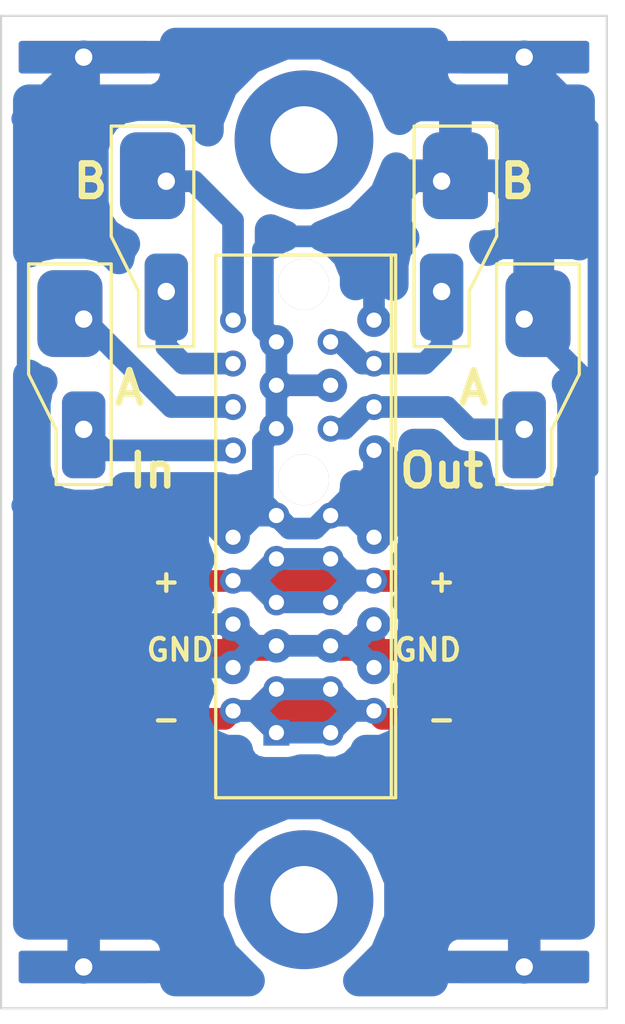
<source format=kicad_pcb>
(kicad_pcb (version 20171130) (host pcbnew 5.0.2-bee76a0~70~ubuntu16.04.1)

  (general
    (thickness 1.6)
    (drawings 16)
    (tracks 152)
    (zones 0)
    (modules 17)
    (nets 10)
  )

  (page A4)
  (layers
    (0 F.Cu signal)
    (31 B.Cu signal)
    (32 B.Adhes user)
    (33 F.Adhes user)
    (34 B.Paste user)
    (35 F.Paste user)
    (36 B.SilkS user)
    (37 F.SilkS user)
    (38 B.Mask user)
    (39 F.Mask user)
    (40 Dwgs.User user)
    (41 Cmts.User user)
    (42 Eco1.User user)
    (43 Eco2.User user)
    (44 Edge.Cuts user)
    (45 Margin user)
    (46 B.CrtYd user)
    (47 F.CrtYd user)
    (48 B.Fab user)
    (49 F.Fab user)
  )

  (setup
    (last_trace_width 1)
    (trace_clearance 0.2)
    (zone_clearance 0.5)
    (zone_45_only no)
    (trace_min 0.2)
    (segment_width 0.2)
    (edge_width 0.1)
    (via_size 0.8)
    (via_drill 0.4)
    (via_min_size 0.4)
    (via_min_drill 0.3)
    (uvia_size 0.3)
    (uvia_drill 0.1)
    (uvias_allowed no)
    (uvia_min_size 0.2)
    (uvia_min_drill 0.1)
    (pcb_text_width 0.3)
    (pcb_text_size 1.5 1.5)
    (mod_edge_width 0.15)
    (mod_text_size 1 1)
    (mod_text_width 0.15)
    (pad_size 6.4 6.4)
    (pad_drill 3.1)
    (pad_to_mask_clearance 0)
    (solder_mask_min_width 0.25)
    (aux_axis_origin 0 0)
    (visible_elements FFFFFF7F)
    (pcbplotparams
      (layerselection 0x010f0_ffffffff)
      (usegerberextensions false)
      (usegerberattributes true)
      (usegerberadvancedattributes false)
      (creategerberjobfile false)
      (excludeedgelayer false)
      (linewidth 0.100000)
      (plotframeref false)
      (viasonmask false)
      (mode 1)
      (useauxorigin false)
      (hpglpennumber 1)
      (hpglpenspeed 20)
      (hpglpendiameter 15.000000)
      (psnegative false)
      (psa4output false)
      (plotreference true)
      (plotvalue true)
      (plotinvisibletext false)
      (padsonsilk true)
      (subtractmaskfromsilk false)
      (outputformat 1)
      (mirror false)
      (drillshape 0)
      (scaleselection 1)
      (outputdirectory "plots/"))
  )

  (net 0 "")
  (net 1 GNDA)
  (net 2 inA-)
  (net 3 inA+)
  (net 4 inB+)
  (net 5 inB-)
  (net 6 outB)
  (net 7 outA)
  (net 8 +15V)
  (net 9 -15V)

  (net_class Default "This is the default net class."
    (clearance 0.2)
    (trace_width 1)
    (via_dia 0.8)
    (via_drill 0.4)
    (uvia_dia 0.3)
    (uvia_drill 0.1)
    (add_net +15V)
    (add_net -15V)
    (add_net GNDA)
    (add_net inA+)
    (add_net inA-)
    (add_net inB+)
    (add_net inB-)
    (add_net outA)
    (add_net outB)
  )

  (module footprints:PCIexpress_1x_connector (layer F.Cu) (tedit 5D08AB2A) (tstamp 5CB1E174)
    (at 38.1 45.72 90)
    (path /5CB5100B)
    (fp_text reference J1 (at -2 2.54 90) (layer F.SilkS) hide
      (effects (font (size 1 1) (thickness 0.15)))
    )
    (fp_text value Conn_02x18_Row_Letter_Last (at 5.08 -3.81 90) (layer F.Fab)
      (effects (font (size 1 1) (thickness 0.15)))
    )
    (fp_line (start -3 -2.8) (end 22 -2.8) (layer F.SilkS) (width 0.15))
    (fp_line (start 22 -2.8) (end 22 5) (layer F.SilkS) (width 0.15))
    (fp_line (start 22 5.3) (end -3 5.3) (layer F.SilkS) (width 0.15))
    (fp_line (start -3 5) (end -3 -2.8) (layer F.SilkS) (width 0.15))
    (fp_line (start 22 5) (end 22 5.5) (layer F.SilkS) (width 0.15))
    (fp_line (start 22 5.5) (end -3 5.5) (layer F.SilkS) (width 0.15))
    (fp_line (start -3 5.5) (end -3 5) (layer F.SilkS) (width 0.15))
    (pad 1a thru_hole rect (at 0 0 90) (size 1.2 1.2) (drill 0.7) (layers *.Cu *.Mask)
      (net 9 -15V))
    (pad 2a thru_hole circle (at 1 -2 90) (size 1.2 1.2) (drill 0.7) (layers *.Cu *.Mask)
      (net 9 -15V))
    (pad 3a thru_hole circle (at 2 0 90) (size 1.2 1.2) (drill 0.7) (layers *.Cu *.Mask)
      (net 9 -15V))
    (pad 4a thru_hole circle (at 3 -2 90) (size 1.2 1.2) (drill 0.7) (layers *.Cu *.Mask)
      (net 1 GNDA))
    (pad 5a thru_hole circle (at 4 0 90) (size 1.2 1.2) (drill 0.7) (layers *.Cu *.Mask)
      (net 1 GNDA))
    (pad 6a thru_hole circle (at 5 -2 90) (size 1.2 1.2) (drill 0.7) (layers *.Cu *.Mask)
      (net 1 GNDA))
    (pad 7a thru_hole circle (at 6 0 90) (size 1.2 1.2) (drill 0.7) (layers *.Cu *.Mask)
      (net 8 +15V))
    (pad 8a thru_hole circle (at 7 -2 90) (size 1.2 1.2) (drill 0.7) (layers *.Cu *.Mask)
      (net 8 +15V))
    (pad 9a thru_hole circle (at 8 0 90) (size 1.2 1.2) (drill 0.7) (layers *.Cu *.Mask)
      (net 8 +15V))
    (pad 10a thru_hole circle (at 9 -2 90) (size 1.2 1.2) (drill 0.7) (layers *.Cu *.Mask)
      (net 1 GNDA))
    (pad 11a thru_hole circle (at 10 0 90) (size 1.2 1.2) (drill 0.7) (layers *.Cu *.Mask)
      (net 1 GNDA))
    (pad 12a thru_hole circle (at 13 -2 90) (size 1.2 1.2) (drill 0.7) (layers *.Cu *.Mask)
      (net 2 inA-))
    (pad 13a thru_hole circle (at 14 0 90) (size 1.2 1.2) (drill 0.7) (layers *.Cu *.Mask)
      (net 1 GNDA))
    (pad 14a thru_hole circle (at 15 -2 90) (size 1.2 1.2) (drill 0.7) (layers *.Cu *.Mask)
      (net 3 inA+))
    (pad 15a thru_hole circle (at 16 0 90) (size 1.2 1.2) (drill 0.7) (layers *.Cu *.Mask)
      (net 1 GNDA))
    (pad 16a thru_hole circle (at 17 -2 90) (size 1.2 1.2) (drill 0.7) (layers *.Cu *.Mask)
      (net 5 inB-))
    (pad 17a thru_hole circle (at 18 0 90) (size 1.2 1.2) (drill 0.7) (layers *.Cu *.Mask)
      (net 1 GNDA))
    (pad 18a thru_hole circle (at 19 -2 90) (size 1.2 1.2) (drill 0.7) (layers *.Cu *.Mask)
      (net 4 inB+))
    (pad 1b thru_hole circle (at 0 2.5 90) (size 1.2 1.2) (drill 0.7) (layers *.Cu *.Mask)
      (net 9 -15V))
    (pad 2b thru_hole circle (at 1 4.5 90) (size 1.2 1.2) (drill 0.7) (layers *.Cu *.Mask)
      (net 9 -15V))
    (pad 3b thru_hole circle (at 2 2.5 90) (size 1.2 1.2) (drill 0.7) (layers *.Cu *.Mask)
      (net 9 -15V))
    (pad 4b thru_hole circle (at 3 4.5 90) (size 1.2 1.2) (drill 0.7) (layers *.Cu *.Mask)
      (net 1 GNDA))
    (pad 5b thru_hole circle (at 4 2.5 90) (size 1.2 1.2) (drill 0.7) (layers *.Cu *.Mask)
      (net 1 GNDA))
    (pad 6b thru_hole circle (at 5 4.5 90) (size 1.2 1.2) (drill 0.7) (layers *.Cu *.Mask)
      (net 1 GNDA))
    (pad 7b thru_hole circle (at 6 2.5 90) (size 1.2 1.2) (drill 0.7) (layers *.Cu *.Mask)
      (net 8 +15V))
    (pad 8b thru_hole circle (at 7 4.5 90) (size 1.2 1.2) (drill 0.7) (layers *.Cu *.Mask)
      (net 8 +15V))
    (pad 9b thru_hole circle (at 8 2.5 90) (size 1.2 1.2) (drill 0.7) (layers *.Cu *.Mask)
      (net 8 +15V))
    (pad 10b thru_hole circle (at 9 4.5 90) (size 1.2 1.2) (drill 0.7) (layers *.Cu *.Mask)
      (net 1 GNDA))
    (pad 11b thru_hole circle (at 10 2.5 90) (size 1.2 1.2) (drill 0.7) (layers *.Cu *.Mask)
      (net 1 GNDA))
    (pad 12b thru_hole circle (at 13 4.5 90) (size 1.2 1.2) (drill 0.7) (layers *.Cu *.Mask)
      (net 1 GNDA))
    (pad 13b thru_hole circle (at 14 2.5 90) (size 1.2 1.2) (drill 0.7) (layers *.Cu *.Mask)
      (net 7 outA))
    (pad 14b thru_hole circle (at 15 4.5 90) (size 1.2 1.2) (drill 0.7) (layers *.Cu *.Mask)
      (net 7 outA))
    (pad 15b thru_hole circle (at 16 2.5 90) (size 1.2 1.2) (drill 0.7) (layers *.Cu *.Mask)
      (net 1 GNDA))
    (pad 16b thru_hole circle (at 17 4.5 90) (size 1.2 1.2) (drill 0.7) (layers *.Cu *.Mask)
      (net 6 outB))
    (pad 17b thru_hole circle (at 18 2.5 90) (size 1.2 1.2) (drill 0.7) (layers *.Cu *.Mask)
      (net 6 outB))
    (pad 18b thru_hole circle (at 19 4.5 90) (size 1.2 1.2) (drill 0.7) (layers *.Cu *.Mask)
      (net 1 GNDA))
    (pad "" thru_hole circle (at 11.65 1.25 90) (size 2.35 2.35) (drill 2.35) (layers *.Cu *.Mask))
    (pad "" thru_hole circle (at 20.65 1.25 90) (size 2.35 2.35) (drill 2.35) (layers *.Cu *.Mask))
  )

  (module footprints:coax_solder_pad (layer F.Cu) (tedit 5CB36FFB) (tstamp 5CB1E198)
    (at 49.53 26.67 270)
    (path /5CB301F1)
    (fp_text reference outA1 (at 5.715 -2.54 270) (layer F.SilkS) hide
      (effects (font (size 1 1) (thickness 0.15)))
    )
    (fp_text value Conn_01x02 (at 3.81 -3.81 270) (layer F.Fab)
      (effects (font (size 1 1) (thickness 0.15)))
    )
    (fp_line (start -2.54 1.27) (end -2.54 -2.54) (layer F.SilkS) (width 0.15))
    (fp_line (start 7.62 1.27) (end -2.54 1.27) (layer F.SilkS) (width 0.15))
    (fp_line (start 7.62 -1.27) (end 7.62 1.27) (layer F.SilkS) (width 0.15))
    (fp_line (start 5.08 -1.27) (end 7.62 -1.27) (layer F.SilkS) (width 0.15))
    (fp_line (start 2.54 -2.54) (end 5.08 -1.27) (layer F.SilkS) (width 0.15))
    (fp_line (start -2.54 -2.54) (end 2.54 -2.54) (layer F.SilkS) (width 0.15))
    (pad 2 thru_hole roundrect (at 5.08 0 270) (size 4 2) (drill 0.8 (offset 0.254 0)) (layers *.Cu *.Mask) (roundrect_rratio 0.25)
      (net 7 outA))
    (pad 1 thru_hole roundrect (at 0 0 270) (size 4 3) (drill 0.8 (offset -0.254 -0.635)) (layers *.Cu *.Mask) (roundrect_rratio 0.25)
      (net 1 GNDA))
  )

  (module footprints:coax_solder_pad (layer F.Cu) (tedit 5CB36FFF) (tstamp 5CB1E1B0)
    (at 45.72 20.32 270)
    (path /5CB3167B)
    (fp_text reference outB1 (at 1.27 1.905 270) (layer F.SilkS) hide
      (effects (font (size 1 1) (thickness 0.15)))
    )
    (fp_text value Conn_01x02 (at 3.81 -3.81 270) (layer F.Fab)
      (effects (font (size 1 1) (thickness 0.15)))
    )
    (fp_line (start -2.54 -2.54) (end 2.54 -2.54) (layer F.SilkS) (width 0.15))
    (fp_line (start 2.54 -2.54) (end 5.08 -1.27) (layer F.SilkS) (width 0.15))
    (fp_line (start 5.08 -1.27) (end 7.62 -1.27) (layer F.SilkS) (width 0.15))
    (fp_line (start 7.62 -1.27) (end 7.62 1.27) (layer F.SilkS) (width 0.15))
    (fp_line (start 7.62 1.27) (end -2.54 1.27) (layer F.SilkS) (width 0.15))
    (fp_line (start -2.54 1.27) (end -2.54 -2.54) (layer F.SilkS) (width 0.15))
    (pad 1 thru_hole roundrect (at 0 0 270) (size 4 3) (drill 0.8 (offset -0.254 -0.635)) (layers *.Cu *.Mask) (roundrect_rratio 0.25)
      (net 1 GNDA))
    (pad 2 thru_hole roundrect (at 5.08 0 270) (size 4 2) (drill 0.8 (offset 0.254 0)) (layers *.Cu *.Mask) (roundrect_rratio 0.25)
      (net 6 outB))
  )

  (module MountingHole:MountingHole_3.2mm_M3_Pad (layer F.Cu) (tedit 5CE3BF4A) (tstamp 5CBFFFEE)
    (at 39.37 18.415)
    (descr "Mounting Hole 3.2mm, M3")
    (tags "mounting hole 3.2mm m3")
    (attr virtual)
    (fp_text reference REF** (at 0 -4.2) (layer F.SilkS) hide
      (effects (font (size 1 1) (thickness 0.15)))
    )
    (fp_text value MountingHole_3.2mm_M3_Pad (at 0 4.2) (layer F.Fab)
      (effects (font (size 1 1) (thickness 0.15)))
    )
    (fp_circle (center 0 0) (end 3.45 0) (layer F.CrtYd) (width 0.05))
    (fp_circle (center 0 0) (end 3.2 0) (layer Cmts.User) (width 0.15))
    (fp_text user %R (at 0.3 0) (layer F.Fab)
      (effects (font (size 1 1) (thickness 0.15)))
    )
    (pad 1 thru_hole circle (at 0 0) (size 6.4 6.4) (drill 3.1) (layers *.Cu *.Mask))
  )

  (module MountingHole:MountingHole_3.2mm_M3_Pad (layer F.Cu) (tedit 5CE3BF4F) (tstamp 5CBFFFFE)
    (at 39.37 53.34)
    (descr "Mounting Hole 3.2mm, M3")
    (tags "mounting hole 3.2mm m3")
    (attr virtual)
    (fp_text reference REF** (at 0 -4.2) (layer F.SilkS) hide
      (effects (font (size 1 1) (thickness 0.15)))
    )
    (fp_text value MountingHole_3.2mm_M3_Pad (at 0 4.2) (layer F.Fab)
      (effects (font (size 1 1) (thickness 0.15)))
    )
    (fp_circle (center 0 0) (end 3.45 0) (layer F.CrtYd) (width 0.05))
    (fp_circle (center 0 0) (end 3.2 0) (layer Cmts.User) (width 0.15))
    (fp_text user %R (at 0.3 0) (layer F.Fab)
      (effects (font (size 1 1) (thickness 0.15)))
    )
    (pad 1 thru_hole circle (at 0 0.075) (size 6.4 6.4) (drill 3.1) (layers *.Cu *.Mask))
  )

  (module footprints:coax_solder_pad_flipped (layer F.Cu) (tedit 5CD00F94) (tstamp 5CD0104B)
    (at 29.21 26.67 270)
    (path /5CB2B45C)
    (fp_text reference inA1 (at 3.57 -1.785 270) (layer F.SilkS) hide
      (effects (font (size 1 1) (thickness 0.15)))
    )
    (fp_text value Conn_01x02 (at 3.57 -3.57 270) (layer F.Fab)
      (effects (font (size 1 1) (thickness 0.15)))
    )
    (fp_line (start -2.54 -1.27) (end -2.54 2.54) (layer F.SilkS) (width 0.15))
    (fp_line (start 7.62 -1.27) (end -2.54 -1.27) (layer F.SilkS) (width 0.15))
    (fp_line (start 7.62 1.27) (end 7.62 -1.27) (layer F.SilkS) (width 0.15))
    (fp_line (start 5.08 1.27) (end 7.62 1.27) (layer F.SilkS) (width 0.15))
    (fp_line (start 2.54 2.54) (end 5.08 1.27) (layer F.SilkS) (width 0.15))
    (fp_line (start -2.54 2.54) (end 2.54 2.54) (layer F.SilkS) (width 0.15))
    (pad 2 thru_hole roundrect (at 5.08 0 90) (size 4 2) (drill 0.8 (offset -0.254 0)) (layers *.Cu *.Mask) (roundrect_rratio 0.25)
      (net 2 inA-))
    (pad 1 thru_hole roundrect (at 0 0 90) (size 4 3) (drill 0.8 (offset 0.254 -0.635)) (layers *.Cu *.Mask) (roundrect_rratio 0.25)
      (net 3 inA+))
  )

  (module footprints:coax_solder_pad_flipped (layer F.Cu) (tedit 5CD00FB3) (tstamp 5CD00EB3)
    (at 33.02 20.32 270)
    (path /5CB2D8FB)
    (fp_text reference inB1 (at 3.57 -1.785 270) (layer F.SilkS) hide
      (effects (font (size 1 1) (thickness 0.15)))
    )
    (fp_text value Conn_01x02 (at 3.57 -3.57 270) (layer F.Fab)
      (effects (font (size 1 1) (thickness 0.15)))
    )
    (fp_line (start -2.54 2.54) (end 2.54 2.54) (layer F.SilkS) (width 0.15))
    (fp_line (start 2.54 2.54) (end 5.08 1.27) (layer F.SilkS) (width 0.15))
    (fp_line (start 5.08 1.27) (end 7.62 1.27) (layer F.SilkS) (width 0.15))
    (fp_line (start 7.62 1.27) (end 7.62 -1.27) (layer F.SilkS) (width 0.15))
    (fp_line (start 7.62 -1.27) (end -2.54 -1.27) (layer F.SilkS) (width 0.15))
    (fp_line (start -2.54 -1.27) (end -2.54 2.54) (layer F.SilkS) (width 0.15))
    (pad 1 thru_hole roundrect (at 0 0 90) (size 4 3) (drill 0.8 (offset 0.254 -0.635)) (layers *.Cu *.Mask) (roundrect_rratio 0.25)
      (net 4 inB+))
    (pad 2 thru_hole roundrect (at 5.08 0 90) (size 4 2) (drill 0.8 (offset -0.254 0)) (layers *.Cu *.Mask) (roundrect_rratio 0.25)
      (net 5 inB-))
  )

  (module footprints:edge_solderstrip_1mm5x6mm (layer F.Cu) (tedit 5CD017A5) (tstamp 5CD01BF3)
    (at 49.53 45.085)
    (path /5CD03267)
    (fp_text reference J2 (at 11.43 0) (layer F.SilkS) hide
      (effects (font (size 1 1) (thickness 0.15)))
    )
    (fp_text value -15V (at 0 -1.785) (layer F.Fab)
      (effects (font (size 1 1) (thickness 0.15)))
    )
    (pad 1 smd roundrect (at 0 0) (size 6 1.5) (layers F.Cu F.Paste F.Mask) (roundrect_rratio 0.1)
      (net 9 -15V))
  )

  (module footprints:edge_solderstrip_1mm5x6mm (layer F.Cu) (tedit 5CD01851) (tstamp 5CD01B16)
    (at 29.21 41.91 180)
    (path /5CD03404)
    (fp_text reference J3 (at 5.355 0 180) (layer F.SilkS) hide
      (effects (font (size 1 1) (thickness 0.15)))
    )
    (fp_text value GND (at 0 -1.785 180) (layer F.Fab)
      (effects (font (size 1 1) (thickness 0.15)))
    )
    (pad 1 smd roundrect (at 0 0 180) (size 6 1.5) (layers F.Cu F.Paste F.Mask) (roundrect_rratio 0.1)
      (net 1 GNDA))
  )

  (module footprints:edge_solderstrip_1mm5x6mm (layer F.Cu) (tedit 5CD0184D) (tstamp 5CD01B1B)
    (at 29.21 38.735 180)
    (path /5CD03422)
    (fp_text reference J4 (at 5.355 0 180) (layer F.SilkS) hide
      (effects (font (size 1 1) (thickness 0.15)))
    )
    (fp_text value +15V (at 0 -1.785 180) (layer F.Fab)
      (effects (font (size 1 1) (thickness 0.15)))
    )
    (pad 1 smd roundrect (at 0 0 180) (size 6 1.5) (layers F.Cu F.Paste F.Mask) (roundrect_rratio 0.1)
      (net 8 +15V))
  )

  (module footprints:edge_solderstrip_1mm5x6mm (layer F.Cu) (tedit 5CD01854) (tstamp 5CD01B20)
    (at 29.21 45.085 180)
    (path /5CD08F50)
    (fp_text reference J5 (at 5.355 0 180) (layer F.SilkS) hide
      (effects (font (size 1 1) (thickness 0.15)))
    )
    (fp_text value -15V (at 0 -1.785 180) (layer F.Fab)
      (effects (font (size 1 1) (thickness 0.15)))
    )
    (pad 1 smd roundrect (at 0 0 180) (size 6 1.5) (layers F.Cu F.Paste F.Mask) (roundrect_rratio 0.1)
      (net 9 -15V))
  )

  (module footprints:edge_solderstrip_1mm5x6mm (layer F.Cu) (tedit 5CD01848) (tstamp 5CD01BBA)
    (at 49.53 41.91)
    (path /5CD08F56)
    (fp_text reference J6 (at 5.355 0) (layer F.SilkS) hide
      (effects (font (size 1 1) (thickness 0.15)))
    )
    (fp_text value GND (at 0 -1.785) (layer F.Fab)
      (effects (font (size 1 1) (thickness 0.15)))
    )
    (pad 1 smd roundrect (at 0 0) (size 6 1.5) (layers F.Cu F.Paste F.Mask) (roundrect_rratio 0.1)
      (net 1 GNDA))
  )

  (module footprints:edge_solderstrip_1mm5x6mm (layer F.Cu) (tedit 5CD0184B) (tstamp 5CD01B2A)
    (at 49.53 38.735)
    (path /5CD08F5C)
    (fp_text reference J7 (at 5.355 0) (layer F.SilkS) hide
      (effects (font (size 1 1) (thickness 0.15)))
    )
    (fp_text value +15V (at 0 -1.785) (layer F.Fab)
      (effects (font (size 1 1) (thickness 0.15)))
    )
    (pad 1 smd roundrect (at 0 0) (size 6 1.5) (layers F.Cu F.Paste F.Mask) (roundrect_rratio 0.1)
      (net 8 +15V))
  )

  (module footprints:edge_solderstrip_th (layer F.Cu) (tedit 5CE3BEE1) (tstamp 5CD01FF0)
    (at 49.53 14.605)
    (path /5CD13694)
    (fp_text reference J8 (at 5.355 0) (layer F.SilkS) hide
      (effects (font (size 1 1) (thickness 0.15)))
    )
    (fp_text value GND (at 0 -1.785) (layer F.Fab)
      (effects (font (size 1 1) (thickness 0.15)))
    )
    (pad 1 thru_hole roundrect (at 0 0) (size 6 1.5) (drill 0.8) (layers *.Cu *.Mask) (roundrect_rratio 0.1)
      (net 1 GNDA))
  )

  (module footprints:edge_solderstrip_th (layer F.Cu) (tedit 5CE3BEDE) (tstamp 5CE3C4F9)
    (at 29.21 14.605 180)
    (path /5CD1356B)
    (fp_text reference J9 (at 5.355 0 180) (layer F.SilkS) hide
      (effects (font (size 1 1) (thickness 0.15)))
    )
    (fp_text value GND (at 0 -1.785 180) (layer F.Fab)
      (effects (font (size 1 1) (thickness 0.15)))
    )
    (pad 1 thru_hole roundrect (at 0 0 180) (size 6 1.5) (drill 0.8) (layers *.Cu *.Mask) (roundrect_rratio 0.1)
      (net 1 GNDA))
  )

  (module footprints:edge_solderstrip_th (layer F.Cu) (tedit 5CE3BEE5) (tstamp 5CD01FF8)
    (at 49.53 56.515)
    (path /5CD1363E)
    (fp_text reference J10 (at 5.355 0) (layer F.SilkS) hide
      (effects (font (size 1 1) (thickness 0.15)))
    )
    (fp_text value GND (at 0 -1.785) (layer F.Fab)
      (effects (font (size 1 1) (thickness 0.15)))
    )
    (pad 1 thru_hole roundrect (at 0 0) (size 6 1.5) (drill 0.8) (layers *.Cu *.Mask) (roundrect_rratio 0.1)
      (net 1 GNDA))
  )

  (module footprints:edge_solderstrip_th (layer F.Cu) (tedit 5CE3BEE9) (tstamp 5CD01FFC)
    (at 29.21 56.515 180)
    (path /5CD13668)
    (fp_text reference J11 (at 5.355 0 180) (layer F.SilkS) hide
      (effects (font (size 1 1) (thickness 0.15)))
    )
    (fp_text value GND (at 0 -1.785 180) (layer F.Fab)
      (effects (font (size 1 1) (thickness 0.15)))
    )
    (pad 1 thru_hole roundrect (at 0 0 180) (size 6 1.5) (drill 0.8) (layers *.Cu *.Mask) (roundrect_rratio 0.1)
      (net 1 GNDA))
  )

  (gr_text - (at 33.02 45.085) (layer F.SilkS) (tstamp 5CD01D97)
    (effects (font (size 1 1) (thickness 0.2)))
  )
  (gr_text + (at 33.02 38.735) (layer F.SilkS) (tstamp 5CD01D96)
    (effects (font (size 1 1) (thickness 0.2)))
  )
  (gr_text GND (at 33.655 41.91) (layer F.SilkS) (tstamp 5CD01D92)
    (effects (font (size 1 1) (thickness 0.2)))
  )
  (gr_text - (at 45.72 45.085) (layer F.SilkS)
    (effects (font (size 1 1) (thickness 0.2)))
  )
  (gr_text GND (at 45.085 41.91) (layer F.SilkS)
    (effects (font (size 1 1) (thickness 0.2)))
  )
  (gr_text + (at 45.72 38.735) (layer F.SilkS)
    (effects (font (size 1 1) (thickness 0.2)))
  )
  (gr_text B (at 28.575 20.32) (layer F.SilkS) (tstamp 5CD01003)
    (effects (font (size 1.5 1.5) (thickness 0.3)) (justify left))
  )
  (gr_text A (at 46.355 29.845) (layer F.SilkS) (tstamp 5CD01003)
    (effects (font (size 1.5 1.5) (thickness 0.3)) (justify left))
  )
  (gr_line (start 25.4 58.42) (end 25.4 12.7) (layer Edge.Cuts) (width 0.1))
  (gr_line (start 53.34 58.42) (end 25.4 58.42) (layer Edge.Cuts) (width 0.1))
  (gr_line (start 53.34 12.7) (end 53.34 58.42) (layer Edge.Cuts) (width 0.1))
  (gr_line (start 25.4 12.7) (end 53.34 12.7) (layer Edge.Cuts) (width 0.1))
  (gr_text A (at 30.48 29.845) (layer F.SilkS)
    (effects (font (size 1.5 1.5) (thickness 0.3)) (justify left))
  )
  (gr_text B (at 48.26 20.32) (layer F.SilkS)
    (effects (font (size 1.5 1.5) (thickness 0.3)) (justify left))
  )
  (gr_text In (at 32.385 33.655) (layer F.SilkS)
    (effects (font (size 1.5 1.5) (thickness 0.3)))
  )
  (gr_text Out (at 45.72 33.655) (layer F.SilkS)
    (effects (font (size 1.5 1.5) (thickness 0.3)))
  )

  (segment (start 40.6 29.72) (end 38.1 29.72) (width 1) (layer B.Cu) (net 1))
  (segment (start 38.1 29.72) (end 38.1 27.72) (width 1) (layer B.Cu) (net 1))
  (segment (start 38.1 31.72) (end 38.1 29.72) (width 1) (layer B.Cu) (net 1))
  (segment (start 42.6 33.72) (end 42.6 32.72) (width 1) (layer B.Cu) (net 1))
  (segment (start 40.6 35.72) (end 42.6 33.72) (width 1) (layer B.Cu) (net 1))
  (segment (start 41.6 35.72) (end 42.6 36.72) (width 1) (layer B.Cu) (net 1))
  (segment (start 40.6 35.72) (end 41.6 35.72) (width 1) (layer B.Cu) (net 1))
  (segment (start 37.1 35.72) (end 36.1 36.72) (width 1) (layer B.Cu) (net 1))
  (segment (start 38.1 35.72) (end 37.1 35.72) (width 1) (layer B.Cu) (net 1))
  (segment (start 39.875003 36.319999) (end 38.699999 36.319999) (width 1) (layer B.Cu) (net 1))
  (segment (start 40.475002 35.72) (end 39.875003 36.319999) (width 1) (layer B.Cu) (net 1))
  (segment (start 38.699999 36.319999) (end 38.1 35.72) (width 1) (layer B.Cu) (net 1))
  (segment (start 40.6 35.72) (end 40.475002 35.72) (width 1) (layer B.Cu) (net 1))
  (segment (start 41.6 41.72) (end 42.6 40.72) (width 1) (layer B.Cu) (net 1))
  (segment (start 40.6 41.72) (end 41.6 41.72) (width 1) (layer B.Cu) (net 1))
  (segment (start 42.6 42.72) (end 41.6 41.72) (width 1) (layer B.Cu) (net 1))
  (segment (start 37.1 41.72) (end 36.1 40.72) (width 1) (layer B.Cu) (net 1))
  (segment (start 38.1 41.72) (end 37.1 41.72) (width 1) (layer B.Cu) (net 1))
  (segment (start 36.1 42.72) (end 37.1 41.72) (width 1) (layer B.Cu) (net 1))
  (segment (start 37.474999 32.345001) (end 37.500001 32.319999) (width 1) (layer B.Cu) (net 1))
  (segment (start 37.500001 32.319999) (end 38.1 31.72) (width 1) (layer B.Cu) (net 1))
  (segment (start 37.474999 35.094999) (end 37.474999 32.345001) (width 1) (layer B.Cu) (net 1))
  (segment (start 38.1 35.72) (end 37.474999 35.094999) (width 1) (layer B.Cu) (net 1))
  (segment (start 37.474999 23.485001) (end 38.1 22.86) (width 1) (layer B.Cu) (net 1))
  (segment (start 42.6 26.72) (end 42.6 22.86) (width 1) (layer B.Cu) (net 1))
  (segment (start 37.474999 27.094999) (end 37.474999 23.485001) (width 1) (layer B.Cu) (net 1))
  (segment (start 38.1 27.72) (end 37.474999 27.094999) (width 1) (layer B.Cu) (net 1))
  (segment (start 42.6 22.17) (end 42.6 22.86) (width 1) (layer B.Cu) (net 1))
  (segment (start 44.45 20.32) (end 42.6 22.17) (width 1) (layer B.Cu) (net 1))
  (segment (start 45.72 20.32) (end 44.45 20.32) (width 1) (layer B.Cu) (net 1))
  (segment (start 39.37 22.86) (end 42.6 22.86) (width 1) (layer B.Cu) (net 1))
  (segment (start 38.1 22.86) (end 39.37 22.86) (width 1) (layer B.Cu) (net 1))
  (segment (start 49.53 26.67) (end 49.53 21.59) (width 1) (layer B.Cu) (net 1))
  (segment (start 49.53 21.59) (end 48.26 20.32) (width 1) (layer B.Cu) (net 1))
  (segment (start 48.26 20.32) (end 45.72 20.32) (width 1) (layer B.Cu) (net 1))
  (segment (start 42.6 36.72) (end 43.199999 36.120001) (width 1) (layer B.Cu) (net 1))
  (segment (start 43.199999 36.120001) (end 43.224001 36.144003) (width 1) (layer B.Cu) (net 1))
  (segment (start 42.799998 35.72) (end 43.224001 36.144003) (width 1) (layer B.Cu) (net 1))
  (segment (start 40.6 35.72) (end 42.799998 35.72) (width 1) (layer B.Cu) (net 1))
  (segment (start 35.900002 35.72) (end 35.500001 36.120001) (width 1) (layer B.Cu) (net 1))
  (segment (start 38.1 35.72) (end 35.900002 35.72) (width 1) (layer B.Cu) (net 1))
  (segment (start 42.6 40.72) (end 42.6 42.72) (width 1) (layer F.Cu) (net 1))
  (segment (start 36.1 40.72) (end 36.1 42.72) (width 1) (layer F.Cu) (net 1))
  (segment (start 37.1 41.72) (end 36.1 40.72) (width 1) (layer F.Cu) (net 1))
  (segment (start 37.1 41.72) (end 36.1 42.72) (width 1) (layer F.Cu) (net 1))
  (segment (start 38.1 41.72) (end 37.1 41.72) (width 1) (layer F.Cu) (net 1))
  (segment (start 41.6 41.72) (end 42.6 40.72) (width 1) (layer F.Cu) (net 1))
  (segment (start 41.6 41.72) (end 42.6 42.72) (width 1) (layer F.Cu) (net 1))
  (segment (start 40.6 41.72) (end 41.6 41.72) (width 1) (layer F.Cu) (net 1))
  (segment (start 36.1 40.72) (end 33.735 40.72) (width 1) (layer B.Cu) (net 1))
  (segment (start 33.735 40.72) (end 33.02 40.005) (width 1) (layer B.Cu) (net 1))
  (segment (start 33.02 40.005) (end 33.02 37.465) (width 1) (layer B.Cu) (net 1))
  (segment (start 35.500001 36.120001) (end 34.364999 36.120001) (width 1) (layer B.Cu) (net 1))
  (segment (start 36.1 36.72) (end 35.500001 36.120001) (width 1) (layer B.Cu) (net 1))
  (segment (start 36.1 42.72) (end 33.48 42.72) (width 1) (layer B.Cu) (net 1))
  (segment (start 33.48 42.72) (end 33.48 47.525) (width 1) (layer B.Cu) (net 1))
  (segment (start 40.79 41.91) (end 40.6 41.72) (width 1) (layer F.Cu) (net 1))
  (segment (start 50.165 41.91) (end 40.79 41.91) (width 1) (layer F.Cu) (net 1))
  (segment (start 37.91 41.91) (end 38.1 41.72) (width 1) (layer F.Cu) (net 1))
  (segment (start 28.575 41.91) (end 37.91 41.91) (width 1) (layer F.Cu) (net 1))
  (segment (start 43.18 14.605) (end 49.53 14.605) (width 1) (layer B.Cu) (net 1))
  (segment (start 29.21 14.605) (end 36.195 14.605) (width 1) (layer B.Cu) (net 1))
  (segment (start 42.545 13.97) (end 43.18 14.605) (width 1) (layer B.Cu) (net 1))
  (segment (start 36.195 14.605) (end 36.83 13.97) (width 1) (layer B.Cu) (net 1))
  (segment (start 36.83 13.97) (end 42.545 13.97) (width 1) (layer B.Cu) (net 1))
  (segment (start 29.21 51.795) (end 33.48 47.525) (width 1) (layer B.Cu) (net 1))
  (segment (start 29.21 56.515) (end 29.21 51.795) (width 1) (layer B.Cu) (net 1))
  (segment (start 44.45 48.26) (end 34.215 48.26) (width 1) (layer B.Cu) (net 1))
  (segment (start 49.53 53.34) (end 44.45 48.26) (width 1) (layer B.Cu) (net 1))
  (segment (start 34.215 48.26) (end 33.48 47.525) (width 1) (layer B.Cu) (net 1))
  (segment (start 49.53 56.515) (end 49.53 53.34) (width 1) (layer B.Cu) (net 1))
  (segment (start 26.67 17.145) (end 29.21 14.605) (width 1) (layer B.Cu) (net 1))
  (segment (start 27.230001 36.120001) (end 26.37499 35.26499) (width 1) (layer B.Cu) (net 1))
  (segment (start 26.37499 17.44001) (end 26.67 17.145) (width 1) (layer B.Cu) (net 1))
  (segment (start 33.02 37.465) (end 33.02 36.120001) (width 1) (layer B.Cu) (net 1))
  (segment (start 33.02 36.120001) (end 27.230001 36.120001) (width 1) (layer B.Cu) (net 1))
  (segment (start 34.364999 36.120001) (end 33.02 36.120001) (width 1) (layer B.Cu) (net 1))
  (segment (start 52.07 34.29) (end 50.64 35.72) (width 1) (layer B.Cu) (net 1))
  (segment (start 50.64 35.72) (end 42.799998 35.72) (width 1) (layer B.Cu) (net 1))
  (segment (start 49.53 14.605) (end 52.07 17.145) (width 1) (layer B.Cu) (net 1))
  (segment (start 52.705 33.655) (end 52.07 34.29) (width 0.5) (layer B.Cu) (net 1))
  (segment (start 52.07 17.145) (end 52.705 17.78) (width 0.5) (layer B.Cu) (net 1))
  (segment (start 26.37499 35.26499) (end 26.37499 17.44001) (width 0.5) (layer B.Cu) (net 1))
  (segment (start 52.705 17.78) (end 52.705 33.655) (width 0.5) (layer B.Cu) (net 1))
  (segment (start 52.07 29.21) (end 52.07 34.29) (width 1) (layer B.Cu) (net 1))
  (segment (start 49.53 26.67) (end 52.07 29.21) (width 1) (layer B.Cu) (net 1))
  (segment (start 38.1 41.72) (end 40.6 41.72) (width 1) (layer B.Cu) (net 1))
  (segment (start 30.18 32.72) (end 36.1 32.72) (width 1) (layer B.Cu) (net 2))
  (segment (start 29.21 31.75) (end 30.18 32.72) (width 1) (layer B.Cu) (net 2))
  (segment (start 36.1 30.72) (end 33.26 30.72) (width 1) (layer B.Cu) (net 3))
  (segment (start 33.26 30.72) (end 29.21 26.67) (width 1) (layer B.Cu) (net 3))
  (segment (start 36.1 22.13) (end 34.29 20.32) (width 1) (layer B.Cu) (net 4))
  (segment (start 36.1 26.72) (end 36.1 22.13) (width 1) (layer B.Cu) (net 4))
  (segment (start 33.02 20.32) (end 34.29 20.32) (width 1) (layer B.Cu) (net 4))
  (segment (start 36.1 28.72) (end 33.8 28.72) (width 1) (layer B.Cu) (net 5))
  (segment (start 33.02 27.94) (end 33.02 25.4) (width 1) (layer B.Cu) (net 5))
  (segment (start 33.8 28.72) (end 33.02 27.94) (width 1) (layer B.Cu) (net 5))
  (segment (start 45.72 25.524002) (end 45.72 25.4) (width 1) (layer B.Cu) (net 6))
  (segment (start 45.72 27.94) (end 45.72 25.524002) (width 1) (layer B.Cu) (net 6))
  (segment (start 44.94 28.72) (end 45.72 27.94) (width 1) (layer B.Cu) (net 6))
  (segment (start 42.6 28.72) (end 44.94 28.72) (width 1) (layer B.Cu) (net 6))
  (segment (start 42.055 28.72) (end 42.6 28.72) (width 1) (layer B.Cu) (net 6))
  (segment (start 41.055 27.72) (end 42.055 28.72) (width 1) (layer B.Cu) (net 6))
  (segment (start 40.6 27.72) (end 41.055 27.72) (width 1) (layer B.Cu) (net 6))
  (segment (start 41.245 31.72) (end 40.6 31.72) (width 1) (layer B.Cu) (net 7))
  (segment (start 42.245 30.72) (end 41.245 31.72) (width 1) (layer B.Cu) (net 7))
  (segment (start 42.6 30.72) (end 42.245 30.72) (width 1) (layer B.Cu) (net 7))
  (segment (start 49.53 31.75) (end 46.99 31.75) (width 1) (layer B.Cu) (net 7))
  (segment (start 45.96 30.72) (end 42.6 30.72) (width 1) (layer B.Cu) (net 7))
  (segment (start 46.99 31.75) (end 45.96 30.72) (width 1) (layer B.Cu) (net 7))
  (segment (start 41.6 38.72) (end 40.6 39.72) (width 1) (layer B.Cu) (net 8))
  (segment (start 42.6 38.72) (end 41.6 38.72) (width 1) (layer B.Cu) (net 8))
  (segment (start 40.6 37.72) (end 41.6 38.72) (width 1) (layer B.Cu) (net 8))
  (segment (start 37.1 38.72) (end 38.1 39.72) (width 1) (layer B.Cu) (net 8))
  (segment (start 36.1 38.72) (end 37.1 38.72) (width 1) (layer B.Cu) (net 8))
  (segment (start 38.1 37.72) (end 37.1 38.72) (width 1) (layer B.Cu) (net 8))
  (segment (start 37.1 38.72) (end 38.1 37.72) (width 1) (layer F.Cu) (net 8))
  (segment (start 36.1 38.72) (end 37.1 38.72) (width 1) (layer F.Cu) (net 8))
  (segment (start 38.1 39.72) (end 37.1 38.72) (width 1) (layer F.Cu) (net 8))
  (segment (start 41.6 38.72) (end 40.6 37.72) (width 1) (layer F.Cu) (net 8))
  (segment (start 42.6 38.72) (end 41.6 38.72) (width 1) (layer F.Cu) (net 8))
  (segment (start 40.6 39.72) (end 41.6 38.72) (width 1) (layer F.Cu) (net 8))
  (segment (start 38.1 39.72) (end 38.1 37.72) (width 1) (layer F.Cu) (net 8))
  (segment (start 40.6 37.72) (end 40.6 39.72) (width 1) (layer F.Cu) (net 8))
  (segment (start 36.1 38.72) (end 42.6 38.72) (width 1) (layer F.Cu) (net 8))
  (segment (start 36.085 38.735) (end 36.1 38.72) (width 1) (layer F.Cu) (net 8))
  (segment (start 28.575 38.735) (end 36.085 38.735) (width 1) (layer F.Cu) (net 8))
  (segment (start 42.615 38.735) (end 42.6 38.72) (width 1) (layer F.Cu) (net 8))
  (segment (start 50.165 38.735) (end 42.615 38.735) (width 1) (layer F.Cu) (net 8))
  (segment (start 38.1 37.72) (end 40.6 37.72) (width 1) (layer B.Cu) (net 8))
  (segment (start 40.6 39.72) (end 38.1 39.72) (width 1) (layer B.Cu) (net 8))
  (segment (start 37.1 44.72) (end 38.1 43.72) (width 1) (layer B.Cu) (net 9))
  (segment (start 36.1 44.72) (end 37.1 44.72) (width 1) (layer B.Cu) (net 9))
  (segment (start 38.1 45.72) (end 37.1 44.72) (width 1) (layer B.Cu) (net 9))
  (segment (start 41.6 44.72) (end 40.6 43.72) (width 1) (layer B.Cu) (net 9))
  (segment (start 42.6 44.72) (end 41.6 44.72) (width 1) (layer B.Cu) (net 9))
  (segment (start 40.6 45.72) (end 41.6 44.72) (width 1) (layer B.Cu) (net 9))
  (segment (start 37.1 44.72) (end 38.1 43.72) (width 1) (layer F.Cu) (net 9))
  (segment (start 36.1 44.72) (end 37.1 44.72) (width 1) (layer F.Cu) (net 9))
  (segment (start 41.6 44.72) (end 40.6 43.72) (width 1) (layer F.Cu) (net 9))
  (segment (start 42.6 44.72) (end 41.6 44.72) (width 1) (layer F.Cu) (net 9))
  (segment (start 40.6 45.72) (end 41.6 44.72) (width 1) (layer F.Cu) (net 9))
  (segment (start 38.1 45.72) (end 37.1 44.72) (width 1) (layer F.Cu) (net 9))
  (segment (start 40.6 43.72) (end 40.6 45.72) (width 1) (layer F.Cu) (net 9))
  (segment (start 38.1 45.72) (end 38.1 43.72) (width 1) (layer F.Cu) (net 9))
  (segment (start 36.1 44.72) (end 42.6 44.72) (width 1) (layer F.Cu) (net 9))
  (segment (start 42.965 45.085) (end 42.6 44.72) (width 1) (layer F.Cu) (net 9))
  (segment (start 50.165 45.085) (end 42.965 45.085) (width 1) (layer F.Cu) (net 9))
  (segment (start 35.735 45.085) (end 36.1 44.72) (width 1) (layer F.Cu) (net 9))
  (segment (start 28.575 45.085) (end 35.735 45.085) (width 1) (layer F.Cu) (net 9))
  (segment (start 40.6 43.72) (end 38.1 43.72) (width 1) (layer B.Cu) (net 9))
  (segment (start 38.1 45.72) (end 40.6 45.72) (width 1) (layer B.Cu) (net 9))

  (zone (net 1) (net_name GNDA) (layer B.Cu) (tstamp 5D09F0F9) (hatch edge 0.508)
    (connect_pads (clearance 0.5))
    (min_thickness 1.45)
    (fill yes (arc_segments 16) (thermal_gap 0.508) (thermal_bridge_width 1.5))
    (polygon
      (pts
        (xy 25.4 12.7) (xy 53.34 12.7) (xy 53.34 58.42) (xy 25.4 58.42)
      )
    )
    (filled_polygon
      (pts
        (xy 27.060016 29.512834) (xy 27.279959 29.556583) (xy 27.094136 29.834687) (xy 26.961001 30.504) (xy 26.961001 33.504)
        (xy 27.094136 34.173313) (xy 27.473271 34.740729) (xy 28.040687 35.119864) (xy 28.71 35.252999) (xy 29.71 35.252999)
        (xy 30.379313 35.119864) (xy 30.946729 34.740729) (xy 31.144329 34.445) (xy 35.495564 34.445) (xy 35.736985 34.545)
        (xy 36.463015 34.545) (xy 36.785715 34.411333) (xy 36.770845 34.426203) (xy 36.978907 34.634265) (xy 36.57346 34.641805)
        (xy 36.460496 34.895721) (xy 35.782972 34.878174) (xy 35.102269 35.139696) (xy 35.021805 35.19346) (xy 35.014265 35.59891)
        (xy 36.1 36.684645) (xy 36.114143 36.670503) (xy 36.149498 36.705858) (xy 36.135355 36.72) (xy 36.149498 36.734143)
        (xy 36.114143 36.769498) (xy 36.1 36.755355) (xy 36.085858 36.769498) (xy 36.050503 36.734143) (xy 36.064645 36.72)
        (xy 34.97891 35.634265) (xy 34.57346 35.641805) (xy 34.277053 36.308059) (xy 34.258174 37.037028) (xy 34.519696 37.717731)
        (xy 34.532099 37.736293) (xy 34.275 38.356985) (xy 34.275 39.083015) (xy 34.538763 39.719795) (xy 34.277053 40.308059)
        (xy 34.258174 41.037028) (xy 34.519696 41.717731) (xy 34.531693 41.735687) (xy 34.277053 42.308059) (xy 34.258174 43.037028)
        (xy 34.519696 43.717731) (xy 34.532099 43.736293) (xy 34.275 44.356985) (xy 34.275 45.083015) (xy 34.55284 45.75378)
        (xy 35.06622 46.26716) (xy 35.736985 46.545) (xy 36.295756 46.545) (xy 36.346075 46.797971) (xy 36.616824 47.203176)
        (xy 37.022029 47.473925) (xy 37.5 47.568999) (xy 38.7 47.568999) (xy 39.177971 47.473925) (xy 39.22126 47.445)
        (xy 39.995564 47.445) (xy 40.236985 47.545) (xy 40.963015 47.545) (xy 41.63378 47.26716) (xy 42.14716 46.75378)
        (xy 42.234129 46.543817) (xy 42.236985 46.545) (xy 42.963015 46.545) (xy 43.63378 46.26716) (xy 44.14716 45.75378)
        (xy 44.425 45.083015) (xy 44.425 44.356985) (xy 44.161237 43.720205) (xy 44.422947 43.131941) (xy 44.441826 42.402972)
        (xy 44.180304 41.722269) (xy 44.168307 41.704313) (xy 44.422947 41.131941) (xy 44.441826 40.402972) (xy 44.180304 39.722269)
        (xy 44.167901 39.703707) (xy 44.425 39.083015) (xy 44.425 38.356985) (xy 44.161237 37.720205) (xy 44.422947 37.131941)
        (xy 44.441826 36.402972) (xy 44.180304 35.722269) (xy 44.12654 35.641805) (xy 43.72109 35.634265) (xy 42.635355 36.72)
        (xy 42.649498 36.734143) (xy 42.614143 36.769498) (xy 42.6 36.755355) (xy 42.585858 36.769498) (xy 42.550503 36.734143)
        (xy 42.564645 36.72) (xy 42.550503 36.705858) (xy 42.585858 36.670503) (xy 42.6 36.684645) (xy 43.685735 35.59891)
        (xy 43.678195 35.19346) (xy 43.011941 34.897053) (xy 42.282972 34.878174) (xy 42.245703 34.892493) (xy 42.180304 34.722269)
        (xy 42.12654 34.641805) (xy 41.721093 34.634265) (xy 41.928074 34.427284) (xy 42.188059 34.542947) (xy 42.917028 34.561826)
        (xy 43.597731 34.300304) (xy 43.678195 34.24654) (xy 43.685735 33.84109) (xy 42.624581 32.779936) (xy 42.659936 32.744581)
        (xy 43.72109 33.805735) (xy 44.12654 33.798195) (xy 44.422947 33.131941) (xy 44.440738 32.445) (xy 45.245483 32.445)
        (xy 45.650105 32.849622) (xy 45.746345 32.993655) (xy 46.316939 33.374914) (xy 46.820106 33.475) (xy 46.820111 33.475)
        (xy 46.99 33.508793) (xy 47.159889 33.475) (xy 47.281001 33.475) (xy 47.281001 33.504) (xy 47.414136 34.173313)
        (xy 47.793271 34.740729) (xy 48.360687 35.119864) (xy 49.03 35.252999) (xy 50.03 35.252999) (xy 50.699313 35.119864)
        (xy 51.266729 34.740729) (xy 51.645864 34.173313) (xy 51.778999 33.504) (xy 51.778999 30.504) (xy 51.645864 29.834687)
        (xy 51.521792 29.649) (xy 51.910259 29.649) (xy 52.065 29.584904) (xy 52.065001 54.532) (xy 49.86325 54.532)
        (xy 49.555 54.84025) (xy 49.555 56.49) (xy 49.575 56.49) (xy 49.575 56.54) (xy 49.555 56.54)
        (xy 49.555 56.56) (xy 49.505 56.56) (xy 49.505 56.54) (xy 45.60525 56.54) (xy 45.297 56.84825)
        (xy 45.297 57.145) (xy 41.897895 57.145) (xy 43.121334 55.921561) (xy 43.287773 55.519741) (xy 45.297 55.519741)
        (xy 45.297 56.18175) (xy 45.60525 56.49) (xy 49.505 56.49) (xy 49.505 54.84025) (xy 49.19675 54.532)
        (xy 46.284741 54.532) (xy 45.831562 54.719713) (xy 45.484713 55.066562) (xy 45.297 55.519741) (xy 43.287773 55.519741)
        (xy 43.795 54.295187) (xy 43.795 52.534813) (xy 43.121334 50.908439) (xy 41.876561 49.663666) (xy 40.250187 48.99)
        (xy 38.489813 48.99) (xy 36.863439 49.663666) (xy 35.618666 50.908439) (xy 34.945 52.534813) (xy 34.945 54.295187)
        (xy 35.618666 55.921561) (xy 36.842105 57.145) (xy 33.443 57.145) (xy 33.443 56.84825) (xy 33.13475 56.54)
        (xy 29.235 56.54) (xy 29.235 56.56) (xy 29.185 56.56) (xy 29.185 56.54) (xy 29.165 56.54)
        (xy 29.165 56.49) (xy 29.185 56.49) (xy 29.185 54.84025) (xy 29.235 54.84025) (xy 29.235 56.49)
        (xy 33.13475 56.49) (xy 33.443 56.18175) (xy 33.443 55.519741) (xy 33.255287 55.066562) (xy 32.908438 54.719713)
        (xy 32.455259 54.532) (xy 29.54325 54.532) (xy 29.235 54.84025) (xy 29.185 54.84025) (xy 28.87675 54.532)
        (xy 26.675 54.532) (xy 26.675 29.255575)
      )
    )
    (filled_polygon
      (pts
        (xy 36.149498 42.705858) (xy 36.135355 42.72) (xy 36.149498 42.734143) (xy 36.114143 42.769498) (xy 36.1 42.755355)
        (xy 36.085858 42.769498) (xy 36.050503 42.734143) (xy 36.064645 42.72) (xy 36.050503 42.705858) (xy 36.085858 42.670503)
        (xy 36.1 42.684645) (xy 36.114143 42.670503)
      )
    )
    (filled_polygon
      (pts
        (xy 42.649498 42.705858) (xy 42.635355 42.72) (xy 42.649498 42.734143) (xy 42.614143 42.769498) (xy 42.6 42.755355)
        (xy 42.585858 42.769498) (xy 42.550503 42.734143) (xy 42.564645 42.72) (xy 42.550503 42.705858) (xy 42.585858 42.670503)
        (xy 42.6 42.684645) (xy 42.614143 42.670503)
      )
    )
    (filled_polygon
      (pts
        (xy 38.149498 41.705858) (xy 38.135355 41.72) (xy 38.149498 41.734143) (xy 38.114143 41.769498) (xy 38.1 41.755355)
        (xy 38.085858 41.769498) (xy 38.050503 41.734143) (xy 38.064645 41.72) (xy 38.050503 41.705858) (xy 38.085858 41.670503)
        (xy 38.1 41.684645) (xy 38.114143 41.670503)
      )
    )
    (filled_polygon
      (pts
        (xy 40.649498 41.705858) (xy 40.635355 41.72) (xy 40.649498 41.734143) (xy 40.614143 41.769498) (xy 40.6 41.755355)
        (xy 40.585858 41.769498) (xy 40.550503 41.734143) (xy 40.564645 41.72) (xy 40.550503 41.705858) (xy 40.585858 41.670503)
        (xy 40.6 41.684645) (xy 40.614143 41.670503)
      )
    )
    (filled_polygon
      (pts
        (xy 42.649498 40.705858) (xy 42.635355 40.72) (xy 42.649498 40.734143) (xy 42.614143 40.769498) (xy 42.6 40.755355)
        (xy 42.585858 40.769498) (xy 42.550503 40.734143) (xy 42.564645 40.72) (xy 42.550503 40.705858) (xy 42.585858 40.670503)
        (xy 42.6 40.684645) (xy 42.614143 40.670503)
      )
    )
    (filled_polygon
      (pts
        (xy 36.149498 40.705858) (xy 36.135355 40.72) (xy 36.149498 40.734143) (xy 36.114143 40.769498) (xy 36.1 40.755355)
        (xy 36.085858 40.769498) (xy 36.050503 40.734143) (xy 36.064645 40.72) (xy 36.050503 40.705858) (xy 36.085858 40.670503)
        (xy 36.1 40.684645) (xy 36.114143 40.670503)
      )
    )
    (filled_polygon
      (pts
        (xy 36.95 34.534642) (xy 36.81469 34.399332) (xy 36.95 34.343284)
      )
    )
    (filled_polygon
      (pts
        (xy 41.879132 34.40551) (xy 41.75 34.534642) (xy 41.75 34.348061)
      )
    )
    (filled_polygon
      (pts
        (xy 38.149498 31.705858) (xy 38.135355 31.72) (xy 38.149498 31.734143) (xy 38.114143 31.769498) (xy 38.1 31.755355)
        (xy 38.085858 31.769498) (xy 38.050503 31.734143) (xy 38.064645 31.72) (xy 38.050503 31.705858) (xy 38.085858 31.670503)
        (xy 38.1 31.684645) (xy 38.114143 31.670503)
      )
    )
    (filled_polygon
      (pts
        (xy 38.149498 29.705858) (xy 38.135355 29.72) (xy 38.149498 29.734143) (xy 38.114143 29.769498) (xy 38.1 29.755355)
        (xy 38.085858 29.769498) (xy 38.050503 29.734143) (xy 38.064645 29.72) (xy 38.050503 29.705858) (xy 38.085858 29.670503)
        (xy 38.1 29.684645) (xy 38.114143 29.670503)
      )
    )
    (filled_polygon
      (pts
        (xy 40.639562 29.744079) (xy 40.614143 29.769498) (xy 40.6 29.755355) (xy 40.585858 29.769498) (xy 40.550503 29.734143)
        (xy 40.564645 29.72) (xy 40.550503 29.705858) (xy 40.575922 29.680439)
      )
    )
    (filled_polygon
      (pts
        (xy 38.149498 27.705858) (xy 38.135355 27.72) (xy 38.149498 27.734143) (xy 38.114143 27.769498) (xy 38.1 27.755355)
        (xy 38.085858 27.769498) (xy 38.050503 27.734143) (xy 38.064645 27.72) (xy 38.050503 27.705858) (xy 38.085858 27.670503)
        (xy 38.1 27.684645) (xy 38.114143 27.670503)
      )
    )
    (filled_polygon
      (pts
        (xy 42.649498 26.705858) (xy 42.635355 26.72) (xy 42.649498 26.734143) (xy 42.614143 26.769498) (xy 42.6 26.755355)
        (xy 42.585858 26.769498) (xy 42.550503 26.734143) (xy 42.564645 26.72) (xy 42.550503 26.705858) (xy 42.585858 26.670503)
        (xy 42.6 26.684645) (xy 42.614143 26.670503)
      )
    )
    (filled_polygon
      (pts
        (xy 45.297 14.27175) (xy 45.60525 14.58) (xy 49.505 14.58) (xy 49.505 14.56) (xy 49.555 14.56)
        (xy 49.555 14.58) (xy 49.575 14.58) (xy 49.575 14.63) (xy 49.555 14.63) (xy 49.555 16.27975)
        (xy 49.86325 16.588) (xy 52.065 16.588) (xy 52.065 23.247096) (xy 51.910259 23.183) (xy 50.49825 23.183)
        (xy 50.19 23.49125) (xy 50.19 26.391) (xy 50.21 26.391) (xy 50.21 26.441) (xy 50.19 26.441)
        (xy 50.19 26.461) (xy 50.14 26.461) (xy 50.14 26.441) (xy 50.12 26.441) (xy 50.12 26.391)
        (xy 50.14 26.391) (xy 50.14 23.49125) (xy 49.83175 23.183) (xy 48.419741 23.183) (xy 47.966562 23.370713)
        (xy 47.838639 23.498636) (xy 47.835864 23.484687) (xy 47.711792 23.299) (xy 48.100259 23.299) (xy 48.553438 23.111287)
        (xy 48.900287 22.764438) (xy 49.088 22.311259) (xy 49.088 20.39925) (xy 48.77975 20.091) (xy 46.38 20.091)
        (xy 46.38 20.111) (xy 46.33 20.111) (xy 46.33 20.091) (xy 43.93025 20.091) (xy 43.622 20.39925)
        (xy 43.622 22.311259) (xy 43.809713 22.764438) (xy 43.97497 22.929695) (xy 43.604136 23.484687) (xy 43.471001 24.154)
        (xy 43.471001 25.101282) (xy 43.011941 24.897053) (xy 42.282972 24.878174) (xy 41.75 25.082939) (xy 41.75 24.59261)
        (xy 41.384622 23.710509) (xy 40.709491 23.035378) (xy 40.237807 22.84) (xy 40.250187 22.84) (xy 41.876561 22.166334)
        (xy 43.121334 20.921561) (xy 43.622 19.712846) (xy 43.622 19.73275) (xy 43.93025 20.041) (xy 46.33 20.041)
        (xy 46.33 17.14125) (xy 46.38 17.14125) (xy 46.38 20.041) (xy 48.77975 20.041) (xy 49.088 19.73275)
        (xy 49.088 17.820741) (xy 48.900287 17.367562) (xy 48.553438 17.020713) (xy 48.100259 16.833) (xy 46.68825 16.833)
        (xy 46.38 17.14125) (xy 46.33 17.14125) (xy 46.02175 16.833) (xy 44.609741 16.833) (xy 44.156562 17.020713)
        (xy 43.809713 17.367562) (xy 43.767718 17.468948) (xy 43.121334 15.908439) (xy 42.151145 14.93825) (xy 45.297 14.93825)
        (xy 45.297 15.600259) (xy 45.484713 16.053438) (xy 45.831562 16.400287) (xy 46.284741 16.588) (xy 49.19675 16.588)
        (xy 49.505 16.27975) (xy 49.505 14.63) (xy 45.60525 14.63) (xy 45.297 14.93825) (xy 42.151145 14.93825)
        (xy 41.876561 14.663666) (xy 40.250187 13.99) (xy 38.489813 13.99) (xy 36.863439 14.663666) (xy 35.618666 15.908439)
        (xy 34.945 17.534813) (xy 34.945 17.99589) (xy 34.548506 17.402494) (xy 33.899984 16.969166) (xy 33.135 16.817001)
        (xy 31.635 16.817001) (xy 30.870016 16.969166) (xy 30.221494 17.402494) (xy 29.788166 18.051016) (xy 29.636001 18.816)
        (xy 29.636001 21.316) (xy 29.788166 22.080984) (xy 30.221494 22.729506) (xy 30.870016 23.162834) (xy 31.089959 23.206583)
        (xy 30.904136 23.484687) (xy 30.82509 23.882076) (xy 30.738506 23.752494) (xy 30.089984 23.319166) (xy 29.325 23.167001)
        (xy 27.825 23.167001) (xy 27.060016 23.319166) (xy 26.675 23.576425) (xy 26.675 16.588) (xy 28.87675 16.588)
        (xy 29.185 16.27975) (xy 29.185 14.63) (xy 29.235 14.63) (xy 29.235 16.27975) (xy 29.54325 16.588)
        (xy 32.455259 16.588) (xy 32.908438 16.400287) (xy 33.255287 16.053438) (xy 33.443 15.600259) (xy 33.443 14.93825)
        (xy 33.13475 14.63) (xy 29.235 14.63) (xy 29.185 14.63) (xy 29.165 14.63) (xy 29.165 14.58)
        (xy 29.185 14.58) (xy 29.185 14.56) (xy 29.235 14.56) (xy 29.235 14.58) (xy 33.13475 14.58)
        (xy 33.443 14.27175) (xy 33.443 13.975) (xy 45.297 13.975)
      )
    )
    (filled_polygon
      (pts
        (xy 38.476003 22.83428) (xy 37.990509 23.035378) (xy 37.825 23.200887) (xy 37.825 22.564626)
      )
    )
  )
)

</source>
